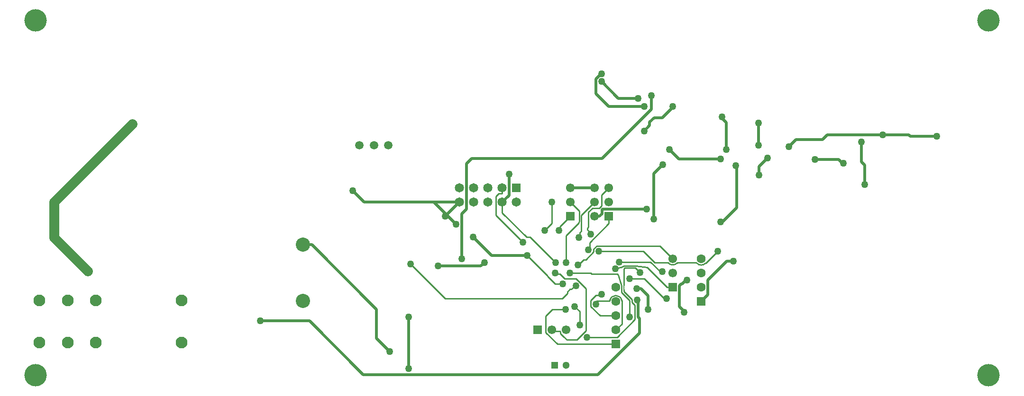
<source format=gbl>
G04*
G04 #@! TF.GenerationSoftware,Altium Limited,Altium Designer,23.2.1 (34)*
G04*
G04 Layer_Physical_Order=2*
G04 Layer_Color=16711680*
%FSLAX44Y44*%
%MOMM*%
G71*
G04*
G04 #@! TF.SameCoordinates,88D0D14B-AD0B-4371-A2B6-2D90086A33F9*
G04*
G04*
G04 #@! TF.FilePolarity,Positive*
G04*
G01*
G75*
%ADD15C,0.2540*%
%ADD59R,1.3000X1.3000*%
%ADD60C,1.3000*%
%ADD66C,0.2540*%
%ADD67C,1.7780*%
%ADD68C,0.5080*%
%ADD69C,2.5400*%
%ADD70C,1.6000*%
%ADD71R,1.6000X1.6000*%
%ADD72C,2.1000*%
%ADD73C,1.5500*%
%ADD74R,1.5500X1.5500*%
%ADD75R,1.5500X1.5500*%
%ADD76C,1.5190*%
%ADD77R,1.6500X1.6500*%
%ADD78C,1.6500*%
%ADD79C,4.0000*%
%ADD80C,1.2700*%
D15*
X1076094Y179117D02*
G03*
X1076094Y186643I-14374J3763D01*
G01*
X1072029Y179682D02*
G03*
X1072018Y186115I-10309J3198D01*
G01*
X1171124Y226586D02*
G03*
X1171123Y226585I1796J-1796D01*
G01*
X1155553Y226549D02*
G03*
X1171088Y226550I7767J7131D01*
G01*
X1222262Y226586D02*
G03*
X1222261Y226585I1796J-1796D01*
G01*
X1205979Y226585D02*
G03*
X1205978Y226586I-1797J-1795D01*
G01*
X1155518Y226584D02*
G03*
X1155516Y226586I-1798J-1794D01*
G01*
X1206031Y226533D02*
G03*
X1222209Y226534I8089J7147D01*
G01*
X1072306Y159588D02*
G03*
X1051218Y159974I-10586J-2108D01*
G01*
X1072642Y157755D02*
G03*
X1072585Y158289I-2540J0D01*
G01*
X1223006Y227330D02*
X1243326Y247650D01*
X1243330D01*
X1222262Y226586D02*
X1223006Y227330D01*
X1223006D01*
X947420Y297180D02*
Y334823D01*
X946963Y335280D02*
X947420Y334823D01*
X960120Y284480D02*
X962064Y286424D01*
Y291504D02*
X980440Y309880D01*
X962064Y286424D02*
Y291504D01*
X996064Y300973D02*
Y319656D01*
X980440Y335280D02*
X996064Y319656D01*
X997624Y281344D02*
X999490Y283210D01*
Y298651D01*
X995680Y271780D02*
X997624Y273724D01*
Y281344D01*
X979401Y208280D02*
X1017124D01*
X969836Y198564D02*
X990624D01*
X961473Y206927D02*
X969836Y198564D01*
X953654Y208396D02*
X955123Y206927D01*
X961473D01*
X994813Y222769D02*
X1004256Y232213D01*
X993891Y222769D02*
X994813D01*
X1004256Y232213D02*
X1007906D01*
X1017124Y208280D02*
X1018648Y206756D01*
X1007906Y232213D02*
X1022096Y246402D01*
X982304Y179583D02*
X988648Y185928D01*
X975471Y175183D02*
X979872Y179583D01*
X982304D01*
X988648Y185928D02*
X990328D01*
X1008634Y105664D02*
Y180553D01*
X990624Y198564D02*
X1008634Y180553D01*
X972704Y227446D02*
X972820Y227561D01*
Y275844D01*
X953538Y189230D02*
X966470D01*
X939800Y202968D02*
X953538Y189230D01*
X975471Y172323D02*
Y175183D01*
X939800Y202968D02*
Y203200D01*
X902080Y272856D02*
X908255D01*
X858520Y316416D02*
X902080Y272856D01*
X908255D02*
X953759Y227352D01*
X858520Y316416D02*
Y335280D01*
X1010920Y286380D02*
X1017154Y280146D01*
X1010920Y286380D02*
Y289016D01*
X1017154Y278246D02*
Y280146D01*
X1010920Y289016D02*
X1012952Y291048D01*
Y317500D01*
X1035050Y168910D02*
X1036320Y170180D01*
X1026160Y168910D02*
X1035050D01*
X1017016Y159766D02*
X1026160Y168910D01*
X902970Y240030D02*
X939800Y203200D01*
X1014730Y251968D02*
Y262890D01*
X1049020Y297180D02*
Y309880D01*
X1014730Y262890D02*
X1049020Y297180D01*
X1000128Y299289D02*
Y311788D01*
X999490Y298651D02*
X1000128Y299289D01*
X972820Y275844D02*
X995426Y298450D01*
X1000128Y311788D02*
X1023620Y335280D01*
X995426Y300335D02*
X996064Y300973D01*
X995426Y298450D02*
Y300335D01*
X1020064Y324612D02*
X1032256D01*
X1012952Y250190D02*
X1014730Y251968D01*
X1012952Y317500D02*
X1020064Y324612D01*
X1112520Y198120D02*
X1150620Y160020D01*
X1085850Y198120D02*
X1112520D01*
X1117600Y218440D02*
X1118344Y217696D01*
X1076094Y216086D02*
X1077581Y217574D01*
X1076094Y186643D02*
Y216086D01*
Y175785D02*
Y179117D01*
X1098212Y221637D02*
X1117600Y218440D01*
X1066002Y205268D02*
X1072018Y186115D01*
X1096528Y217574D02*
X1097272Y216830D01*
X1065383Y217844D02*
X1071245Y219059D01*
X1062394Y217844D02*
X1065383D01*
X1075898Y221637D02*
X1098212D01*
X1076837Y175042D02*
X1090676Y161203D01*
X1097272Y216830D02*
X1104806Y209296D01*
X1118344Y217696D02*
X1153160Y182880D01*
X1072029Y174102D02*
X1086612Y159520D01*
X1072029Y174102D02*
Y179682D01*
X1077581Y217574D02*
X1096528D01*
X1064514Y206756D02*
X1066002Y205268D01*
X1071245Y219059D02*
X1075898Y221637D01*
X1018648Y206756D02*
X1064514D01*
X1076094Y175785D02*
X1076837Y175042D01*
X1060450Y215900D02*
X1062394Y217844D01*
X1027452Y256794D02*
X1140206D01*
X1022096Y246402D02*
Y251437D01*
X1027452Y256794D01*
X1031240Y247650D02*
X1110613D01*
X1140206Y256794D02*
X1163320Y233680D01*
X1110613Y247650D02*
X1115693Y242570D01*
X1153160Y182880D02*
X1163320D01*
X1222209Y226534D02*
X1222261Y226585D01*
X1205979Y226585D02*
X1206031Y226533D01*
X1171868Y227330D02*
X1205234D01*
X1155518Y226584D02*
X1155553Y226549D01*
X1154772Y227330D02*
X1155516Y226586D01*
X1205234Y227330D02*
X1205978Y226586D01*
X1130933Y227330D02*
X1154772D01*
X1130189Y228074D02*
X1130933Y227330D01*
X1171088Y226550D02*
X1171123Y226585D01*
X1171124Y226586D02*
X1171868Y227330D01*
X1115693Y242570D02*
X1130189Y228074D01*
X1123744Y228203D02*
X1141127Y210820D01*
X1067673Y228203D02*
X1123744D01*
X1141127Y210820D02*
X1144270D01*
X1017016Y148612D02*
Y159766D01*
X1072306Y159588D02*
X1072585Y158289D01*
X1050738Y159494D02*
X1051218Y159974D01*
X1026904Y158006D02*
X1027648Y158750D01*
X1026160Y157262D02*
X1026904Y158006D01*
X1026160Y152400D02*
Y157262D01*
X1072642Y117602D02*
Y157755D01*
X1027648Y158750D02*
X1049994D01*
X1050738Y159494D01*
X1033549Y132080D02*
X1061720D01*
X1017016Y148612D02*
X1033549Y132080D01*
X998255Y95285D02*
X1008634Y105664D01*
X988060Y148590D02*
X996950Y139700D01*
Y115570D02*
Y139700D01*
X991966Y88996D02*
X998255Y95285D01*
X967887D02*
X974177Y88996D01*
X962930Y100243D02*
X967887Y95285D01*
X962930Y100243D02*
Y103025D01*
X983071Y88996D02*
X991966D01*
X974177D02*
X983071D01*
X998255Y95285D02*
Y95285D01*
X998255Y95285D02*
X998255Y95285D01*
X1064169Y93864D02*
X1095756Y125451D01*
X1009766Y93864D02*
X1064169D01*
X948400Y143510D02*
X971550D01*
X936752Y131862D02*
X948400Y143510D01*
X936752Y101854D02*
Y131862D01*
X949216Y104884D02*
X949960Y104140D01*
X961814D02*
X962559Y103396D01*
X947420Y106680D02*
X949216Y104884D01*
X949960Y104140D02*
X961814D01*
X962559Y103396D02*
X962930Y103025D01*
X1090676Y156233D02*
X1095756Y151152D01*
Y125451D02*
Y151152D01*
X1090676Y156233D02*
Y161203D01*
X1086612Y129688D02*
Y159520D01*
X1061720Y106680D02*
X1072642Y117602D01*
X965962Y162814D02*
X975471Y172323D01*
X756760Y162814D02*
X965962D01*
X934720Y284480D02*
X947420Y297180D01*
X852932Y351282D02*
X858520D01*
X694944Y224630D02*
X756760Y162814D01*
X957326Y81280D02*
X1061720D01*
X936752Y101854D02*
X957326Y81280D01*
X1036320Y347980D02*
X1049020Y360680D01*
X1036320Y328676D02*
Y347980D01*
X1032256Y324612D02*
X1036320Y328676D01*
X858520Y351282D02*
Y360680D01*
X847344Y345694D02*
X852932Y351282D01*
X847344Y311912D02*
Y345694D01*
Y311912D02*
X895604Y263652D01*
D59*
X952820Y43180D02*
D03*
D60*
X972820D02*
D03*
D66*
X1026904Y158006D02*
D03*
X1050738Y159494D02*
D03*
X962559Y103396D02*
D03*
D67*
X58420Y271780D02*
Y335280D01*
Y271780D02*
X118110Y212090D01*
X58420Y335280D02*
X198120Y474980D01*
D68*
X1260094Y229870D02*
X1271270D01*
X591820Y355600D02*
X612140Y335280D01*
X736600D01*
X759460Y312420D01*
X775970Y295910D01*
X1277620Y325912D02*
Y396972D01*
X1251189Y299481D02*
X1277620Y325912D01*
X1276096Y398496D02*
X1277620Y396972D01*
X1276096Y398496D02*
Y400558D01*
X1173988Y412750D02*
X1248410D01*
X1156970Y429768D02*
X1173988Y412750D01*
X820420Y220980D02*
X826770Y227330D01*
X744220Y220980D02*
X820420D01*
X1025906Y529466D02*
X1048642Y506730D01*
X1112520D01*
X1125220Y501475D02*
Y525780D01*
X1037511Y413766D02*
X1125220Y501475D01*
X839470Y240030D02*
X902970D01*
X806704Y272796D02*
X839470Y240030D01*
X1417320Y411480D02*
X1459708D01*
X1466058Y405130D01*
X1468120D01*
X1438910Y455930D02*
X1584612D01*
X1430782Y447802D02*
X1438910Y455930D01*
X1584612D02*
X1587152Y453390D01*
X1635252D01*
X1499870Y407830D02*
Y442976D01*
Y407830D02*
X1506220Y401480D01*
X1025906Y555494D02*
X1035814Y565401D01*
X1036320Y551180D02*
X1066038Y521462D01*
X1035814Y565401D02*
X1036053D01*
X1066038Y521462D02*
X1101090D01*
X1025906Y529466D02*
Y555494D01*
X1175258Y185693D02*
X1178850Y189285D01*
X1186658Y195580D02*
X1188720D01*
X1180363Y189285D02*
X1186658Y195580D01*
X1175258Y148366D02*
Y185693D01*
X1178850Y189285D02*
X1180363D01*
X1506220Y367030D02*
Y401480D01*
X1145032Y486410D02*
X1164336Y505714D01*
X1130107Y486410D02*
X1145032D01*
X1122042Y478346D02*
X1130107Y486410D01*
X1122042Y472514D02*
Y478346D01*
X1112520Y462992D02*
X1122042Y472514D01*
X1112520Y462280D02*
Y462992D01*
X804672Y413766D02*
X1037511D01*
X1250950Y485618D02*
X1258561Y478007D01*
Y429269D02*
Y478007D01*
X1250950Y485618D02*
Y487680D01*
X1101090Y130335D02*
Y158750D01*
Y130335D02*
X1103630Y127795D01*
X1099820Y160020D02*
X1101090Y158750D01*
X1098550Y180340D02*
X1106393D01*
X1118870Y167863D01*
X1103630Y101443D02*
Y127795D01*
X1118870Y143510D02*
Y167863D01*
X1029154Y26966D02*
X1103630Y101443D01*
X1175258Y148366D02*
X1183502Y140122D01*
Y138060D02*
Y140122D01*
X610608Y26966D02*
X1029154D01*
X514384Y123190D02*
X610608Y26966D01*
X426720Y123190D02*
X514384D01*
X759460Y312420D02*
X782320Y335280D01*
X756920Y309880D02*
X759460Y312420D01*
X736600Y335280D02*
X782320D01*
X794766Y403860D02*
X804672Y413766D01*
X794766Y323088D02*
Y403860D01*
X786384Y314706D02*
X794766Y323088D01*
X786384Y234264D02*
Y314706D01*
X1317498Y384048D02*
Y399076D01*
X1332992Y414570D01*
X1370838Y434848D02*
X1383792Y447802D01*
X1430782D01*
X870966Y347726D02*
Y385318D01*
X858520Y335280D02*
X870966Y347726D01*
X691896Y37380D02*
Y130048D01*
X1037844Y322580D02*
X1116588D01*
X1037082Y321818D02*
X1037844Y322580D01*
X1037082Y314706D02*
Y321818D01*
X1032256Y309880D02*
X1037082Y314706D01*
X1023620Y309880D02*
X1032256D01*
X1129284Y386588D02*
X1145286Y402590D01*
X1129284Y304904D02*
Y386588D01*
X1316736Y436880D02*
Y477266D01*
X980440Y360680D02*
X1023620D01*
X1226312Y196088D02*
X1260094Y229870D01*
X1226312Y169672D02*
Y196088D01*
X1214120Y157480D02*
X1226312Y169672D01*
X502920Y259080D02*
X518668D01*
X634238Y143510D01*
Y91948D02*
Y143510D01*
Y91948D02*
X657860Y68326D01*
D69*
X502920Y159080D02*
D03*
Y259080D02*
D03*
D70*
X1061720Y132080D02*
D03*
Y106680D02*
D03*
Y157480D02*
D03*
Y182880D02*
D03*
X1214120Y233680D02*
D03*
Y208280D02*
D03*
Y182880D02*
D03*
D71*
X1061720Y81280D02*
D03*
X1214120Y157480D02*
D03*
D72*
X285750Y159420D02*
D03*
X133150D02*
D03*
X82750D02*
D03*
X32350D02*
D03*
Y84420D02*
D03*
X82750D02*
D03*
X133150D02*
D03*
X285750D02*
D03*
D73*
X1023620Y360680D02*
D03*
Y335280D02*
D03*
Y309880D02*
D03*
X1049020Y360680D02*
D03*
Y335280D02*
D03*
X980440Y360680D02*
D03*
Y335280D02*
D03*
X972820Y106680D02*
D03*
X947420D02*
D03*
X1163320Y233680D02*
D03*
Y208280D02*
D03*
D74*
X1049020Y309880D02*
D03*
X980440D02*
D03*
X1163320Y182880D02*
D03*
D75*
X922020Y106680D02*
D03*
D76*
X654920Y436880D02*
D03*
X629920D02*
D03*
X603920D02*
D03*
D77*
X883920Y360680D02*
D03*
D78*
Y335280D02*
D03*
X858520Y360680D02*
D03*
Y335280D02*
D03*
X833120Y360680D02*
D03*
Y335280D02*
D03*
X807720Y360680D02*
D03*
Y335280D02*
D03*
X782320Y360680D02*
D03*
Y335280D02*
D03*
D79*
X25400Y25400D02*
D03*
X1727200D02*
D03*
Y660400D02*
D03*
X25400D02*
D03*
D80*
X1271270Y229870D02*
D03*
X1243330Y247650D02*
D03*
X591820Y355600D02*
D03*
X1248410Y299720D02*
D03*
X946963Y335280D02*
D03*
X960120Y284480D02*
D03*
X1248410Y412750D02*
D03*
X995680Y271780D02*
D03*
X979401Y208280D02*
D03*
X993891Y222769D02*
D03*
X990328Y185928D02*
D03*
X972704Y227446D02*
D03*
X966470Y189230D02*
D03*
X953654Y208396D02*
D03*
X953759Y227352D02*
D03*
X826770Y227330D02*
D03*
X744220Y220980D02*
D03*
X1017154Y278246D02*
D03*
X1112520Y506730D02*
D03*
X1125220Y525780D02*
D03*
X1036320Y170180D02*
D03*
X902970Y240030D02*
D03*
X1468120Y405130D02*
D03*
X1537970Y455930D02*
D03*
X1499870Y442976D02*
D03*
X1036320Y551180D02*
D03*
X1036053Y565401D02*
D03*
X1188720Y195580D02*
D03*
X1417320Y411480D02*
D03*
X1506220Y367030D02*
D03*
X1163320Y506730D02*
D03*
X1112520Y462280D02*
D03*
X1258561Y429269D02*
D03*
X118110Y212090D02*
D03*
X1151890Y162560D02*
D03*
X1085850Y198120D02*
D03*
X1012952Y250190D02*
D03*
X1031240Y247650D02*
D03*
X1144270Y210820D02*
D03*
X1067673Y228203D02*
D03*
X1104806Y209296D02*
D03*
X1060450Y215900D02*
D03*
X1026160Y152400D02*
D03*
X996950Y115570D02*
D03*
X1009766Y93864D02*
D03*
X988060Y148590D02*
D03*
X971550Y143510D02*
D03*
X1098550Y180340D02*
D03*
X1099820Y160020D02*
D03*
X1086612Y129688D02*
D03*
X1118870Y143510D02*
D03*
X1183502Y138060D02*
D03*
X426720Y123190D02*
D03*
X934720Y284480D02*
D03*
X198120Y474980D02*
D03*
X1156970Y429768D02*
D03*
X1250950Y487680D02*
D03*
X1101090Y521462D02*
D03*
X786384Y234264D02*
D03*
X1276096Y400558D02*
D03*
X1317498Y384048D02*
D03*
X1332992Y414570D02*
D03*
X1370838Y434848D02*
D03*
X1635252Y453390D02*
D03*
X870966Y385318D02*
D03*
X691896Y37380D02*
D03*
Y130048D02*
D03*
X694944Y224630D02*
D03*
X806704Y272796D02*
D03*
X1116588Y322580D02*
D03*
X1145286Y402590D02*
D03*
X1129284Y304904D02*
D03*
X1316736Y436880D02*
D03*
Y477266D02*
D03*
X775970Y295910D02*
D03*
X756920Y309880D02*
D03*
X657860Y68326D02*
D03*
X895604Y263652D02*
D03*
M02*

</source>
